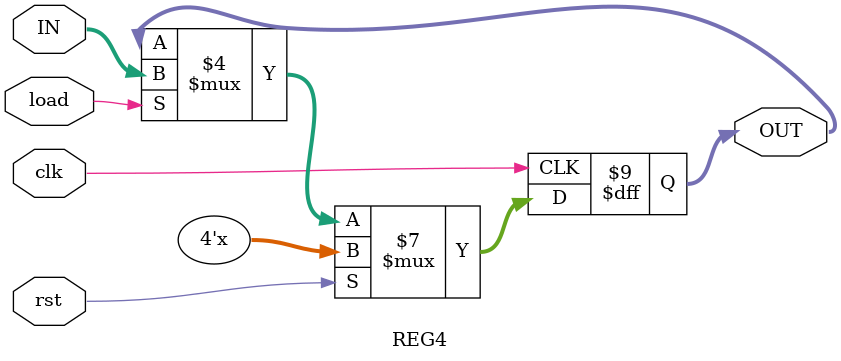
<source format=v>
`timescale 10ps / 1ps
module REG4(clk,rst,load,IN, OUT);

input wire clk;input wire rst;input wire load;input wire [3:0]IN;output reg [3:0]OUT;


always@(posedge clk)
begin
	if(rst == 1)
		OUT <= 4'bzzzz;
	else
		if (load == 1)
			OUT <= IN;
end

endmodule

</source>
